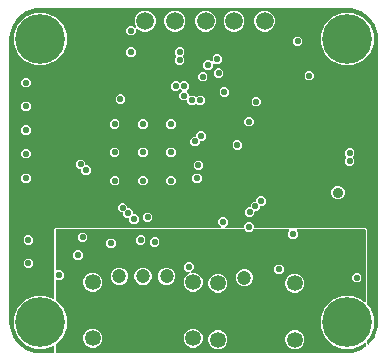
<source format=gbr>
G04 EAGLE Gerber RS-274X export*
G75*
%MOMM*%
%FSLAX34Y34*%
%LPD*%
%INCopper Layer 2*%
%IPPOS*%
%AMOC8*
5,1,8,0,0,1.08239X$1,22.5*%
G01*
%ADD10C,1.200000*%
%ADD11C,1.350000*%
%ADD12C,4.216000*%
%ADD13C,0.553200*%
%ADD14C,0.900000*%
%ADD15C,1.500000*%

G36*
X41226Y3814D02*
X41226Y3814D01*
X41245Y3812D01*
X41347Y3834D01*
X41449Y3850D01*
X41466Y3860D01*
X41486Y3864D01*
X41575Y3917D01*
X41666Y3966D01*
X41680Y3980D01*
X41697Y3990D01*
X41764Y4069D01*
X41836Y4144D01*
X41844Y4162D01*
X41857Y4177D01*
X41896Y4273D01*
X41939Y4367D01*
X41941Y4387D01*
X41949Y4405D01*
X41967Y4572D01*
X41967Y9625D01*
X41960Y9671D01*
X41962Y9717D01*
X41940Y9791D01*
X41928Y9868D01*
X41906Y9909D01*
X41893Y9953D01*
X41849Y10017D01*
X41812Y10086D01*
X41779Y10117D01*
X41753Y10155D01*
X41690Y10201D01*
X41634Y10255D01*
X41592Y10274D01*
X41556Y10302D01*
X41482Y10326D01*
X41411Y10359D01*
X41365Y10364D01*
X41322Y10378D01*
X41244Y10377D01*
X41167Y10386D01*
X41122Y10376D01*
X41076Y10376D01*
X40944Y10337D01*
X40926Y10333D01*
X40922Y10331D01*
X40915Y10329D01*
X34446Y7649D01*
X25554Y7649D01*
X17339Y11052D01*
X11052Y17339D01*
X7649Y25554D01*
X7649Y34446D01*
X11052Y42661D01*
X17339Y48948D01*
X25554Y52351D01*
X34446Y52351D01*
X40915Y49671D01*
X40959Y49661D01*
X41001Y49641D01*
X41078Y49633D01*
X41154Y49615D01*
X41200Y49619D01*
X41245Y49614D01*
X41322Y49631D01*
X41399Y49638D01*
X41441Y49657D01*
X41486Y49667D01*
X41553Y49707D01*
X41624Y49738D01*
X41658Y49769D01*
X41697Y49793D01*
X41748Y49852D01*
X41805Y49905D01*
X41827Y49945D01*
X41857Y49980D01*
X41886Y50052D01*
X41923Y50120D01*
X41932Y50165D01*
X41949Y50208D01*
X41964Y50344D01*
X41967Y50362D01*
X41966Y50367D01*
X41967Y50375D01*
X41967Y108842D01*
X43158Y110033D01*
X182421Y110033D01*
X182491Y110044D01*
X182563Y110046D01*
X182612Y110064D01*
X182663Y110072D01*
X182727Y110106D01*
X182794Y110131D01*
X182835Y110163D01*
X182881Y110188D01*
X182930Y110240D01*
X182986Y110284D01*
X183014Y110328D01*
X183050Y110366D01*
X183080Y110431D01*
X183119Y110491D01*
X183132Y110542D01*
X183154Y110589D01*
X183162Y110660D01*
X183179Y110730D01*
X183175Y110782D01*
X183181Y110833D01*
X183166Y110904D01*
X183160Y110975D01*
X183140Y111023D01*
X183129Y111074D01*
X183092Y111135D01*
X183064Y111201D01*
X183019Y111257D01*
X183002Y111285D01*
X182985Y111300D01*
X182959Y111332D01*
X180963Y113328D01*
X180963Y116672D01*
X183328Y119037D01*
X186672Y119037D01*
X189037Y116672D01*
X189037Y113328D01*
X187041Y111332D01*
X186999Y111274D01*
X186950Y111222D01*
X186928Y111175D01*
X186898Y111133D01*
X186876Y111064D01*
X186846Y110999D01*
X186840Y110947D01*
X186825Y110897D01*
X186827Y110826D01*
X186819Y110755D01*
X186830Y110704D01*
X186832Y110652D01*
X186856Y110584D01*
X186871Y110514D01*
X186898Y110469D01*
X186916Y110421D01*
X186961Y110365D01*
X186998Y110303D01*
X187037Y110269D01*
X187070Y110229D01*
X187130Y110190D01*
X187184Y110143D01*
X187233Y110124D01*
X187277Y110096D01*
X187346Y110078D01*
X187413Y110051D01*
X187484Y110043D01*
X187515Y110035D01*
X187538Y110037D01*
X187579Y110033D01*
X202202Y110033D01*
X202222Y110036D01*
X202241Y110034D01*
X202343Y110056D01*
X202445Y110072D01*
X202462Y110082D01*
X202482Y110086D01*
X202571Y110139D01*
X202662Y110188D01*
X202676Y110202D01*
X202693Y110212D01*
X202760Y110291D01*
X202832Y110366D01*
X202840Y110384D01*
X202853Y110399D01*
X202892Y110495D01*
X202935Y110589D01*
X202937Y110609D01*
X202945Y110627D01*
X202963Y110794D01*
X202963Y112672D01*
X205328Y115037D01*
X208672Y115037D01*
X211037Y112672D01*
X211037Y110794D01*
X211040Y110774D01*
X211038Y110755D01*
X211060Y110653D01*
X211076Y110551D01*
X211086Y110534D01*
X211090Y110514D01*
X211143Y110425D01*
X211192Y110334D01*
X211206Y110320D01*
X211216Y110303D01*
X211295Y110236D01*
X211370Y110164D01*
X211388Y110156D01*
X211403Y110143D01*
X211499Y110104D01*
X211593Y110061D01*
X211613Y110059D01*
X211631Y110051D01*
X211798Y110033D01*
X305842Y110033D01*
X307033Y108842D01*
X307033Y44891D01*
X307034Y44882D01*
X307034Y44879D01*
X307038Y44860D01*
X307047Y44801D01*
X307055Y44710D01*
X307067Y44681D01*
X307072Y44649D01*
X307115Y44568D01*
X307151Y44484D01*
X307177Y44452D01*
X307188Y44431D01*
X307211Y44409D01*
X307256Y44353D01*
X308948Y42661D01*
X312351Y34446D01*
X312351Y25554D01*
X308948Y17339D01*
X307256Y15647D01*
X307203Y15573D01*
X307143Y15504D01*
X307131Y15473D01*
X307112Y15447D01*
X307085Y15360D01*
X307051Y15275D01*
X307047Y15234D01*
X307040Y15212D01*
X307041Y15180D01*
X307033Y15109D01*
X307033Y11884D01*
X307035Y11872D01*
X307033Y11861D01*
X307055Y11751D01*
X307072Y11642D01*
X307078Y11631D01*
X307080Y11619D01*
X307136Y11522D01*
X307188Y11424D01*
X307196Y11416D01*
X307202Y11405D01*
X307285Y11331D01*
X307366Y11255D01*
X307377Y11250D01*
X307386Y11242D01*
X307488Y11198D01*
X307589Y11151D01*
X307601Y11150D01*
X307612Y11145D01*
X307723Y11136D01*
X307833Y11124D01*
X307845Y11127D01*
X307857Y11126D01*
X307965Y11153D01*
X308074Y11176D01*
X308084Y11182D01*
X308096Y11185D01*
X308241Y11268D01*
X308428Y11404D01*
X308453Y11429D01*
X308483Y11448D01*
X308596Y11572D01*
X313272Y18008D01*
X313288Y18040D01*
X313311Y18068D01*
X313381Y18221D01*
X315839Y25787D01*
X315840Y25793D01*
X315842Y25798D01*
X315845Y25810D01*
X315848Y25817D01*
X315851Y25842D01*
X315874Y25962D01*
X316187Y29940D01*
X316185Y29962D01*
X316189Y30000D01*
X316189Y270000D01*
X316186Y270022D01*
X316187Y270060D01*
X315874Y274038D01*
X315872Y274043D01*
X315873Y274049D01*
X315839Y274213D01*
X313381Y281779D01*
X313364Y281811D01*
X313355Y281846D01*
X313272Y281992D01*
X308596Y288428D01*
X308571Y288453D01*
X308552Y288483D01*
X308428Y288596D01*
X301992Y293272D01*
X301960Y293288D01*
X301932Y293311D01*
X301779Y293381D01*
X294213Y295839D01*
X294207Y295840D01*
X294202Y295842D01*
X294038Y295874D01*
X290060Y296187D01*
X290038Y296185D01*
X290000Y296189D01*
X30000Y296189D01*
X29978Y296186D01*
X29940Y296187D01*
X25962Y295874D01*
X25957Y295872D01*
X25951Y295873D01*
X25787Y295839D01*
X18221Y293381D01*
X18189Y293364D01*
X18154Y293355D01*
X18008Y293272D01*
X11572Y288596D01*
X11547Y288571D01*
X11517Y288552D01*
X11404Y288428D01*
X6728Y281992D01*
X6712Y281960D01*
X6689Y281932D01*
X6619Y281779D01*
X4161Y274213D01*
X4160Y274207D01*
X4158Y274202D01*
X4126Y274038D01*
X3813Y270060D01*
X3815Y270038D01*
X3811Y270000D01*
X3811Y30000D01*
X3814Y29978D01*
X3813Y29940D01*
X4126Y25962D01*
X4128Y25957D01*
X4127Y25951D01*
X4161Y25787D01*
X6619Y18221D01*
X6636Y18189D01*
X6645Y18154D01*
X6728Y18008D01*
X11404Y11572D01*
X11429Y11547D01*
X11448Y11517D01*
X11572Y11404D01*
X18008Y6728D01*
X18040Y6712D01*
X18068Y6689D01*
X18221Y6619D01*
X25787Y4161D01*
X25793Y4160D01*
X25798Y4158D01*
X25962Y4126D01*
X29940Y3813D01*
X29962Y3815D01*
X30000Y3811D01*
X41206Y3811D01*
X41226Y3814D01*
G37*
G36*
X290022Y3814D02*
X290022Y3814D01*
X290060Y3813D01*
X294038Y4126D01*
X294043Y4128D01*
X294049Y4127D01*
X294213Y4161D01*
X301779Y6619D01*
X301811Y6636D01*
X301846Y6645D01*
X301992Y6728D01*
X305447Y9238D01*
X305467Y9258D01*
X305491Y9273D01*
X305553Y9345D01*
X305620Y9413D01*
X305633Y9438D01*
X305651Y9459D01*
X305687Y9548D01*
X305729Y9634D01*
X305732Y9662D01*
X305743Y9688D01*
X305761Y9854D01*
X305761Y12315D01*
X305750Y12385D01*
X305748Y12457D01*
X305730Y12506D01*
X305722Y12557D01*
X305688Y12621D01*
X305663Y12688D01*
X305631Y12729D01*
X305606Y12775D01*
X305555Y12824D01*
X305510Y12880D01*
X305466Y12908D01*
X305428Y12944D01*
X305363Y12974D01*
X305303Y13013D01*
X305252Y13026D01*
X305205Y13048D01*
X305134Y13056D01*
X305064Y13073D01*
X305012Y13069D01*
X304961Y13075D01*
X304890Y13060D01*
X304819Y13054D01*
X304771Y13034D01*
X304720Y13023D01*
X304659Y12986D01*
X304593Y12958D01*
X304537Y12913D01*
X304509Y12897D01*
X304494Y12879D01*
X304462Y12853D01*
X302661Y11052D01*
X294446Y7649D01*
X285554Y7649D01*
X277339Y11052D01*
X271052Y17339D01*
X267649Y25554D01*
X267649Y34446D01*
X271052Y42661D01*
X277339Y48948D01*
X285554Y52351D01*
X294446Y52351D01*
X302661Y48948D01*
X304462Y47147D01*
X304520Y47105D01*
X304572Y47056D01*
X304619Y47034D01*
X304661Y47003D01*
X304730Y46982D01*
X304795Y46952D01*
X304847Y46946D01*
X304897Y46931D01*
X304968Y46933D01*
X305039Y46925D01*
X305090Y46936D01*
X305142Y46937D01*
X305210Y46962D01*
X305280Y46977D01*
X305324Y47004D01*
X305373Y47022D01*
X305429Y47067D01*
X305491Y47103D01*
X305525Y47143D01*
X305565Y47176D01*
X305604Y47236D01*
X305651Y47290D01*
X305670Y47339D01*
X305698Y47383D01*
X305716Y47452D01*
X305743Y47519D01*
X305751Y47590D01*
X305759Y47621D01*
X305757Y47644D01*
X305761Y47685D01*
X305761Y108000D01*
X305758Y108020D01*
X305760Y108039D01*
X305738Y108141D01*
X305722Y108243D01*
X305712Y108260D01*
X305708Y108280D01*
X305655Y108369D01*
X305606Y108460D01*
X305592Y108474D01*
X305582Y108491D01*
X305503Y108558D01*
X305428Y108630D01*
X305410Y108638D01*
X305395Y108651D01*
X305299Y108690D01*
X305205Y108733D01*
X305185Y108735D01*
X305167Y108743D01*
X305000Y108761D01*
X247785Y108761D01*
X247715Y108750D01*
X247643Y108748D01*
X247594Y108730D01*
X247543Y108722D01*
X247479Y108688D01*
X247412Y108663D01*
X247371Y108631D01*
X247325Y108606D01*
X247276Y108555D01*
X247220Y108510D01*
X247192Y108466D01*
X247156Y108428D01*
X247126Y108363D01*
X247087Y108303D01*
X247074Y108252D01*
X247052Y108205D01*
X247044Y108134D01*
X247027Y108064D01*
X247031Y108012D01*
X247025Y107961D01*
X247040Y107890D01*
X247046Y107819D01*
X247066Y107771D01*
X247077Y107720D01*
X247114Y107659D01*
X247142Y107593D01*
X247187Y107537D01*
X247204Y107509D01*
X247221Y107494D01*
X247247Y107462D01*
X248037Y106672D01*
X248037Y103328D01*
X245672Y100963D01*
X242328Y100963D01*
X239963Y103328D01*
X239963Y106672D01*
X240753Y107462D01*
X240795Y107520D01*
X240844Y107572D01*
X240866Y107619D01*
X240896Y107661D01*
X240918Y107730D01*
X240948Y107795D01*
X240954Y107847D01*
X240969Y107897D01*
X240967Y107968D01*
X240975Y108039D01*
X240964Y108090D01*
X240962Y108142D01*
X240938Y108210D01*
X240923Y108280D01*
X240896Y108324D01*
X240878Y108373D01*
X240833Y108429D01*
X240796Y108491D01*
X240757Y108525D01*
X240724Y108565D01*
X240664Y108604D01*
X240610Y108651D01*
X240561Y108670D01*
X240517Y108698D01*
X240448Y108716D01*
X240381Y108743D01*
X240310Y108751D01*
X240279Y108759D01*
X240256Y108757D01*
X240215Y108761D01*
X210785Y108761D01*
X210695Y108747D01*
X210604Y108739D01*
X210575Y108727D01*
X210543Y108722D01*
X210462Y108679D01*
X210378Y108643D01*
X210346Y108617D01*
X210325Y108606D01*
X210303Y108583D01*
X210247Y108538D01*
X208672Y106963D01*
X205328Y106963D01*
X203753Y108538D01*
X203679Y108591D01*
X203610Y108651D01*
X203579Y108663D01*
X203553Y108682D01*
X203466Y108709D01*
X203381Y108743D01*
X203340Y108747D01*
X203318Y108754D01*
X203286Y108753D01*
X203215Y108761D01*
X44000Y108761D01*
X43980Y108758D01*
X43961Y108760D01*
X43859Y108738D01*
X43757Y108722D01*
X43740Y108712D01*
X43720Y108708D01*
X43631Y108655D01*
X43540Y108606D01*
X43526Y108592D01*
X43509Y108582D01*
X43442Y108503D01*
X43371Y108428D01*
X43362Y108410D01*
X43349Y108395D01*
X43310Y108299D01*
X43267Y108205D01*
X43265Y108185D01*
X43257Y108167D01*
X43239Y108000D01*
X43239Y74785D01*
X43250Y74714D01*
X43252Y74642D01*
X43270Y74594D01*
X43279Y74543D01*
X43312Y74479D01*
X43337Y74411D01*
X43369Y74371D01*
X43394Y74325D01*
X43446Y74276D01*
X43491Y74219D01*
X43535Y74191D01*
X43572Y74156D01*
X43637Y74125D01*
X43698Y74087D01*
X43748Y74074D01*
X43795Y74052D01*
X43867Y74044D01*
X43937Y74027D01*
X43988Y74031D01*
X44039Y74025D01*
X44093Y74037D01*
X47672Y74037D01*
X50037Y71672D01*
X50037Y68328D01*
X47672Y65963D01*
X44122Y65963D01*
X44104Y65969D01*
X44032Y65967D01*
X43961Y65975D01*
X43910Y65964D01*
X43859Y65963D01*
X43791Y65938D01*
X43720Y65923D01*
X43676Y65896D01*
X43627Y65878D01*
X43571Y65833D01*
X43509Y65796D01*
X43476Y65757D01*
X43435Y65725D01*
X43396Y65664D01*
X43349Y65610D01*
X43330Y65562D01*
X43302Y65518D01*
X43284Y65448D01*
X43257Y65381D01*
X43249Y65311D01*
X43242Y65280D01*
X43243Y65256D01*
X43239Y65215D01*
X43239Y48685D01*
X43254Y48595D01*
X43261Y48504D01*
X43273Y48474D01*
X43279Y48443D01*
X43321Y48362D01*
X43357Y48278D01*
X43383Y48246D01*
X43394Y48225D01*
X43417Y48203D01*
X43462Y48147D01*
X48948Y42661D01*
X52351Y34446D01*
X52351Y25554D01*
X48948Y17339D01*
X43462Y11853D01*
X43409Y11779D01*
X43349Y11710D01*
X43337Y11679D01*
X43318Y11653D01*
X43291Y11566D01*
X43257Y11481D01*
X43253Y11441D01*
X43246Y11418D01*
X43247Y11386D01*
X43239Y11315D01*
X43239Y4572D01*
X43242Y4552D01*
X43240Y4533D01*
X43262Y4431D01*
X43279Y4329D01*
X43288Y4312D01*
X43292Y4292D01*
X43345Y4203D01*
X43394Y4112D01*
X43408Y4098D01*
X43418Y4081D01*
X43497Y4014D01*
X43572Y3942D01*
X43590Y3934D01*
X43605Y3921D01*
X43701Y3882D01*
X43795Y3839D01*
X43815Y3837D01*
X43833Y3829D01*
X44000Y3811D01*
X290000Y3811D01*
X290022Y3814D01*
G37*
%LPC*%
G36*
X25554Y247649D02*
X25554Y247649D01*
X17339Y251052D01*
X11052Y257339D01*
X7649Y265554D01*
X7649Y274446D01*
X11052Y282661D01*
X17339Y288948D01*
X25554Y292351D01*
X34446Y292351D01*
X42661Y288948D01*
X48948Y282661D01*
X52351Y274446D01*
X52351Y265554D01*
X48948Y257339D01*
X42661Y251052D01*
X34446Y247649D01*
X25554Y247649D01*
G37*
%LPD*%
%LPC*%
G36*
X285554Y247649D02*
X285554Y247649D01*
X277339Y251052D01*
X271052Y257339D01*
X267649Y265554D01*
X267649Y274446D01*
X271052Y282661D01*
X277339Y288948D01*
X285554Y292351D01*
X294446Y292351D01*
X302661Y288948D01*
X308948Y282661D01*
X312351Y274446D01*
X312351Y265554D01*
X308948Y257339D01*
X302661Y251052D01*
X294446Y247649D01*
X285554Y247649D01*
G37*
%LPD*%
%LPC*%
G36*
X105328Y272963D02*
X105328Y272963D01*
X102963Y275328D01*
X102963Y278672D01*
X105328Y281037D01*
X108672Y281037D01*
X110193Y279516D01*
X110272Y279459D01*
X110347Y279397D01*
X110372Y279387D01*
X110393Y279372D01*
X110486Y279344D01*
X110577Y279309D01*
X110603Y279308D01*
X110628Y279300D01*
X110725Y279302D01*
X110823Y279298D01*
X110848Y279305D01*
X110874Y279306D01*
X110965Y279340D01*
X111059Y279367D01*
X111080Y279382D01*
X111105Y279391D01*
X111181Y279452D01*
X111261Y279507D01*
X111276Y279528D01*
X111297Y279544D01*
X111350Y279626D01*
X111408Y279704D01*
X111416Y279729D01*
X111430Y279751D01*
X111454Y279846D01*
X111484Y279938D01*
X111484Y279964D01*
X111490Y279990D01*
X111482Y280087D01*
X111481Y280184D01*
X111472Y280216D01*
X111471Y280235D01*
X111458Y280265D01*
X111435Y280345D01*
X110229Y283255D01*
X110229Y286745D01*
X111565Y289968D01*
X114032Y292435D01*
X117255Y293771D01*
X120745Y293771D01*
X123968Y292435D01*
X126435Y289968D01*
X127771Y286745D01*
X127771Y283255D01*
X126435Y280032D01*
X123968Y277565D01*
X120745Y276229D01*
X117255Y276229D01*
X114032Y277565D01*
X112336Y279260D01*
X112278Y279302D01*
X112226Y279351D01*
X112179Y279373D01*
X112137Y279404D01*
X112068Y279425D01*
X112003Y279455D01*
X111951Y279461D01*
X111901Y279476D01*
X111830Y279474D01*
X111759Y279482D01*
X111708Y279471D01*
X111656Y279470D01*
X111588Y279445D01*
X111518Y279430D01*
X111473Y279403D01*
X111425Y279385D01*
X111369Y279340D01*
X111307Y279304D01*
X111273Y279264D01*
X111233Y279231D01*
X111194Y279171D01*
X111147Y279117D01*
X111128Y279068D01*
X111100Y279025D01*
X111082Y278955D01*
X111055Y278888D01*
X111047Y278817D01*
X111039Y278786D01*
X111041Y278763D01*
X111037Y278722D01*
X111037Y275328D01*
X108672Y272963D01*
X105328Y272963D01*
G37*
%LPD*%
%LPC*%
G36*
X156984Y213963D02*
X156984Y213963D01*
X154619Y216328D01*
X154619Y217202D01*
X154616Y217222D01*
X154618Y217241D01*
X154596Y217343D01*
X154580Y217445D01*
X154570Y217462D01*
X154566Y217482D01*
X154513Y217571D01*
X154464Y217662D01*
X154450Y217676D01*
X154440Y217693D01*
X154361Y217760D01*
X154286Y217832D01*
X154268Y217840D01*
X154253Y217853D01*
X154157Y217892D01*
X154063Y217935D01*
X154043Y217937D01*
X154025Y217945D01*
X153858Y217963D01*
X150328Y217963D01*
X147963Y220328D01*
X147963Y223672D01*
X149753Y225462D01*
X149765Y225478D01*
X149780Y225490D01*
X149836Y225578D01*
X149896Y225661D01*
X149902Y225680D01*
X149913Y225697D01*
X149938Y225798D01*
X149969Y225897D01*
X149968Y225916D01*
X149973Y225936D01*
X149965Y226039D01*
X149962Y226142D01*
X149956Y226161D01*
X149954Y226181D01*
X149914Y226276D01*
X149878Y226373D01*
X149865Y226389D01*
X149858Y226407D01*
X149753Y226538D01*
X149038Y227253D01*
X149022Y227265D01*
X149010Y227280D01*
X148922Y227336D01*
X148839Y227396D01*
X148820Y227402D01*
X148803Y227413D01*
X148702Y227438D01*
X148603Y227469D01*
X148584Y227468D01*
X148564Y227473D01*
X148461Y227465D01*
X148358Y227462D01*
X148339Y227456D01*
X148319Y227454D01*
X148224Y227414D01*
X148127Y227378D01*
X148111Y227366D01*
X148093Y227358D01*
X147962Y227253D01*
X146672Y225963D01*
X143328Y225963D01*
X140963Y228328D01*
X140963Y231672D01*
X143328Y234037D01*
X146672Y234037D01*
X147962Y232747D01*
X147978Y232735D01*
X147990Y232720D01*
X148078Y232664D01*
X148161Y232604D01*
X148180Y232598D01*
X148197Y232587D01*
X148298Y232562D01*
X148397Y232531D01*
X148416Y232532D01*
X148436Y232527D01*
X148539Y232535D01*
X148642Y232538D01*
X148661Y232544D01*
X148681Y232546D01*
X148776Y232586D01*
X148873Y232622D01*
X148889Y232635D01*
X148907Y232642D01*
X149038Y232747D01*
X150328Y234037D01*
X153672Y234037D01*
X156037Y231672D01*
X156037Y228328D01*
X154247Y226538D01*
X154235Y226522D01*
X154220Y226510D01*
X154164Y226422D01*
X154104Y226339D01*
X154098Y226320D01*
X154087Y226303D01*
X154062Y226202D01*
X154031Y226103D01*
X154032Y226084D01*
X154027Y226064D01*
X154035Y225961D01*
X154038Y225858D01*
X154044Y225839D01*
X154046Y225819D01*
X154086Y225724D01*
X154122Y225627D01*
X154134Y225611D01*
X154142Y225593D01*
X154247Y225462D01*
X156037Y223672D01*
X156037Y222798D01*
X156040Y222778D01*
X156038Y222759D01*
X156060Y222657D01*
X156076Y222555D01*
X156086Y222538D01*
X156090Y222518D01*
X156143Y222429D01*
X156192Y222338D01*
X156206Y222324D01*
X156216Y222307D01*
X156295Y222240D01*
X156370Y222168D01*
X156388Y222160D01*
X156403Y222147D01*
X156499Y222108D01*
X156593Y222065D01*
X156613Y222063D01*
X156631Y222055D01*
X156798Y222037D01*
X160328Y222037D01*
X161519Y220846D01*
X161535Y220834D01*
X161547Y220819D01*
X161635Y220763D01*
X161718Y220703D01*
X161737Y220697D01*
X161754Y220686D01*
X161855Y220661D01*
X161954Y220630D01*
X161973Y220631D01*
X161993Y220626D01*
X162096Y220634D01*
X162199Y220637D01*
X162218Y220643D01*
X162238Y220645D01*
X162333Y220685D01*
X162430Y220721D01*
X162446Y220733D01*
X162464Y220741D01*
X162595Y220846D01*
X163786Y222037D01*
X167130Y222037D01*
X169495Y219672D01*
X169495Y216328D01*
X167130Y213963D01*
X163786Y213963D01*
X162595Y215154D01*
X162579Y215166D01*
X162567Y215181D01*
X162479Y215237D01*
X162396Y215297D01*
X162377Y215303D01*
X162360Y215314D01*
X162259Y215339D01*
X162160Y215370D01*
X162141Y215369D01*
X162121Y215374D01*
X162018Y215366D01*
X161915Y215363D01*
X161896Y215357D01*
X161876Y215355D01*
X161781Y215315D01*
X161684Y215279D01*
X161668Y215266D01*
X161650Y215259D01*
X161519Y215154D01*
X160328Y213963D01*
X156984Y213963D01*
G37*
%LPD*%
%LPC*%
G36*
X157905Y55979D02*
X157905Y55979D01*
X154957Y57200D01*
X152700Y59457D01*
X151479Y62405D01*
X151479Y65595D01*
X152700Y68543D01*
X154957Y70800D01*
X156644Y71499D01*
X156727Y71550D01*
X156813Y71596D01*
X156831Y71614D01*
X156853Y71628D01*
X156916Y71704D01*
X156983Y71774D01*
X156994Y71798D01*
X157010Y71818D01*
X157045Y71909D01*
X157086Y71997D01*
X157089Y72023D01*
X157098Y72047D01*
X157103Y72145D01*
X157113Y72241D01*
X157108Y72267D01*
X157109Y72293D01*
X157082Y72387D01*
X157061Y72482D01*
X157048Y72504D01*
X157040Y72529D01*
X156985Y72609D01*
X156935Y72693D01*
X156915Y72710D01*
X156900Y72731D01*
X156822Y72790D01*
X156748Y72853D01*
X156724Y72863D01*
X156703Y72878D01*
X156610Y72908D01*
X156520Y72945D01*
X156487Y72948D01*
X156469Y72954D01*
X156436Y72954D01*
X156353Y72963D01*
X154328Y72963D01*
X151963Y75328D01*
X151963Y78672D01*
X154328Y81037D01*
X157672Y81037D01*
X160037Y78672D01*
X160037Y75328D01*
X158029Y73320D01*
X157987Y73262D01*
X157938Y73210D01*
X157916Y73163D01*
X157886Y73121D01*
X157864Y73052D01*
X157834Y72987D01*
X157828Y72935D01*
X157813Y72885D01*
X157815Y72814D01*
X157807Y72743D01*
X157818Y72692D01*
X157820Y72640D01*
X157844Y72572D01*
X157859Y72502D01*
X157886Y72457D01*
X157904Y72409D01*
X157949Y72353D01*
X157986Y72291D01*
X158025Y72257D01*
X158058Y72217D01*
X158118Y72178D01*
X158172Y72131D01*
X158221Y72112D01*
X158265Y72084D01*
X158334Y72066D01*
X158401Y72039D01*
X158472Y72031D01*
X158503Y72023D01*
X158526Y72025D01*
X158567Y72021D01*
X161095Y72021D01*
X164043Y70800D01*
X166300Y68543D01*
X167521Y65595D01*
X167521Y62405D01*
X166300Y59457D01*
X164043Y57200D01*
X161095Y55979D01*
X157905Y55979D01*
G37*
%LPD*%
%LPC*%
G36*
X192255Y276229D02*
X192255Y276229D01*
X189032Y277565D01*
X186565Y280032D01*
X185229Y283255D01*
X185229Y286745D01*
X186565Y289968D01*
X189032Y292435D01*
X192255Y293771D01*
X195745Y293771D01*
X198968Y292435D01*
X201435Y289968D01*
X202771Y286745D01*
X202771Y283255D01*
X201435Y280032D01*
X198968Y277565D01*
X195745Y276229D01*
X192255Y276229D01*
G37*
%LPD*%
%LPC*%
G36*
X142255Y276229D02*
X142255Y276229D01*
X139032Y277565D01*
X136565Y280032D01*
X135229Y283255D01*
X135229Y286745D01*
X136565Y289968D01*
X139032Y292435D01*
X142255Y293771D01*
X145745Y293771D01*
X148968Y292435D01*
X151435Y289968D01*
X152771Y286745D01*
X152771Y283255D01*
X151435Y280032D01*
X148968Y277565D01*
X145745Y276229D01*
X142255Y276229D01*
G37*
%LPD*%
%LPC*%
G36*
X168255Y276229D02*
X168255Y276229D01*
X165032Y277565D01*
X162565Y280032D01*
X161229Y283255D01*
X161229Y286745D01*
X162565Y289968D01*
X165032Y292435D01*
X168255Y293771D01*
X171745Y293771D01*
X174968Y292435D01*
X177435Y289968D01*
X178771Y286745D01*
X178771Y283255D01*
X177435Y280032D01*
X174968Y277565D01*
X171745Y276229D01*
X168255Y276229D01*
G37*
%LPD*%
%LPC*%
G36*
X218255Y276229D02*
X218255Y276229D01*
X215032Y277565D01*
X212565Y280032D01*
X211229Y283255D01*
X211229Y286745D01*
X212565Y289968D01*
X215032Y292435D01*
X218255Y293771D01*
X221745Y293771D01*
X224968Y292435D01*
X227435Y289968D01*
X228771Y286745D01*
X228771Y283255D01*
X227435Y280032D01*
X224968Y277565D01*
X221745Y276229D01*
X218255Y276229D01*
G37*
%LPD*%
%LPC*%
G36*
X243905Y7479D02*
X243905Y7479D01*
X240957Y8700D01*
X238700Y10957D01*
X237479Y13905D01*
X237479Y17095D01*
X238700Y20043D01*
X240957Y22300D01*
X243905Y23521D01*
X247095Y23521D01*
X250043Y22300D01*
X252300Y20043D01*
X253521Y17095D01*
X253521Y13905D01*
X252300Y10957D01*
X250043Y8700D01*
X247095Y7479D01*
X243905Y7479D01*
G37*
%LPD*%
%LPC*%
G36*
X72905Y8479D02*
X72905Y8479D01*
X69957Y9700D01*
X67700Y11957D01*
X66479Y14905D01*
X66479Y18095D01*
X67700Y21043D01*
X69957Y23300D01*
X72905Y24521D01*
X76095Y24521D01*
X79043Y23300D01*
X81300Y21043D01*
X82521Y18095D01*
X82521Y14905D01*
X81300Y11957D01*
X79043Y9700D01*
X76095Y8479D01*
X72905Y8479D01*
G37*
%LPD*%
%LPC*%
G36*
X157905Y8479D02*
X157905Y8479D01*
X154957Y9700D01*
X152700Y11957D01*
X151479Y14905D01*
X151479Y18095D01*
X152700Y21043D01*
X154957Y23300D01*
X157905Y24521D01*
X161095Y24521D01*
X164043Y23300D01*
X166300Y21043D01*
X167521Y18095D01*
X167521Y14905D01*
X166300Y11957D01*
X164043Y9700D01*
X161095Y8479D01*
X157905Y8479D01*
G37*
%LPD*%
%LPC*%
G36*
X178905Y54979D02*
X178905Y54979D01*
X175957Y56200D01*
X173700Y58457D01*
X172479Y61405D01*
X172479Y64595D01*
X173700Y67543D01*
X175957Y69800D01*
X178905Y71021D01*
X182095Y71021D01*
X185043Y69800D01*
X187300Y67543D01*
X188521Y64595D01*
X188521Y61405D01*
X187300Y58457D01*
X185043Y56200D01*
X182095Y54979D01*
X178905Y54979D01*
G37*
%LPD*%
%LPC*%
G36*
X243905Y54979D02*
X243905Y54979D01*
X240957Y56200D01*
X238700Y58457D01*
X237479Y61405D01*
X237479Y64595D01*
X238700Y67543D01*
X240957Y69800D01*
X243905Y71021D01*
X247095Y71021D01*
X250043Y69800D01*
X252300Y67543D01*
X253521Y64595D01*
X253521Y61405D01*
X252300Y58457D01*
X250043Y56200D01*
X247095Y54979D01*
X243905Y54979D01*
G37*
%LPD*%
%LPC*%
G36*
X72905Y55979D02*
X72905Y55979D01*
X69957Y57200D01*
X67700Y59457D01*
X66479Y62405D01*
X66479Y65595D01*
X67700Y68543D01*
X69957Y70800D01*
X72905Y72021D01*
X76095Y72021D01*
X79043Y70800D01*
X81300Y68543D01*
X82521Y65595D01*
X82521Y62405D01*
X81300Y59457D01*
X79043Y57200D01*
X76095Y55979D01*
X72905Y55979D01*
G37*
%LPD*%
%LPC*%
G36*
X178905Y7479D02*
X178905Y7479D01*
X175957Y8700D01*
X173700Y10957D01*
X172479Y13905D01*
X172479Y17095D01*
X173700Y20043D01*
X175957Y22300D01*
X178905Y23521D01*
X182095Y23521D01*
X185043Y22300D01*
X187300Y20043D01*
X188521Y17095D01*
X188521Y13905D01*
X187300Y10957D01*
X185043Y8700D01*
X182095Y7479D01*
X178905Y7479D01*
G37*
%LPD*%
%LPC*%
G36*
X201554Y60729D02*
X201554Y60729D01*
X198881Y61836D01*
X196836Y63881D01*
X195729Y66554D01*
X195729Y69446D01*
X196836Y72119D01*
X198881Y74164D01*
X201554Y75271D01*
X204446Y75271D01*
X207119Y74164D01*
X209164Y72119D01*
X210271Y69446D01*
X210271Y66554D01*
X209164Y63881D01*
X207119Y61836D01*
X204446Y60729D01*
X201554Y60729D01*
G37*
%LPD*%
%LPC*%
G36*
X95554Y61729D02*
X95554Y61729D01*
X92881Y62836D01*
X90836Y64881D01*
X89729Y67554D01*
X89729Y70446D01*
X90836Y73119D01*
X92881Y75164D01*
X95554Y76271D01*
X98446Y76271D01*
X101119Y75164D01*
X103164Y73119D01*
X104271Y70446D01*
X104271Y67554D01*
X103164Y64881D01*
X101119Y62836D01*
X98446Y61729D01*
X95554Y61729D01*
G37*
%LPD*%
%LPC*%
G36*
X115554Y61729D02*
X115554Y61729D01*
X112881Y62836D01*
X110836Y64881D01*
X109729Y67554D01*
X109729Y70446D01*
X110836Y73119D01*
X112881Y75164D01*
X115554Y76271D01*
X118446Y76271D01*
X121119Y75164D01*
X123164Y73119D01*
X124271Y70446D01*
X124271Y67554D01*
X123164Y64881D01*
X121119Y62836D01*
X118446Y61729D01*
X115554Y61729D01*
G37*
%LPD*%
%LPC*%
G36*
X135554Y61729D02*
X135554Y61729D01*
X132881Y62836D01*
X130836Y64881D01*
X129729Y67554D01*
X129729Y70446D01*
X130836Y73119D01*
X132881Y75164D01*
X135554Y76271D01*
X138446Y76271D01*
X141119Y75164D01*
X143164Y73119D01*
X144271Y70446D01*
X144271Y67554D01*
X143164Y64881D01*
X141119Y62836D01*
X138446Y61729D01*
X135554Y61729D01*
G37*
%LPD*%
%LPC*%
G36*
X107662Y113629D02*
X107662Y113629D01*
X105297Y115994D01*
X105297Y117678D01*
X105294Y117697D01*
X105296Y117717D01*
X105274Y117818D01*
X105257Y117920D01*
X105248Y117938D01*
X105244Y117958D01*
X105191Y118047D01*
X105142Y118138D01*
X105128Y118152D01*
X105118Y118169D01*
X105039Y118236D01*
X104964Y118307D01*
X104946Y118316D01*
X104931Y118329D01*
X104835Y118367D01*
X104741Y118411D01*
X104721Y118413D01*
X104703Y118420D01*
X104536Y118439D01*
X102852Y118439D01*
X100487Y120804D01*
X100487Y122487D01*
X100484Y122507D01*
X100486Y122527D01*
X100464Y122628D01*
X100448Y122730D01*
X100438Y122748D01*
X100434Y122767D01*
X100381Y122856D01*
X100333Y122948D01*
X100318Y122961D01*
X100308Y122978D01*
X100229Y123046D01*
X100154Y123117D01*
X100136Y123125D01*
X100121Y123138D01*
X100025Y123177D01*
X99931Y123221D01*
X99911Y123223D01*
X99893Y123230D01*
X99726Y123249D01*
X98042Y123249D01*
X95678Y125613D01*
X95678Y128958D01*
X98042Y131322D01*
X101387Y131322D01*
X103751Y128958D01*
X103751Y127274D01*
X103754Y127254D01*
X103752Y127234D01*
X103774Y127133D01*
X103791Y127031D01*
X103800Y127013D01*
X103804Y126994D01*
X103858Y126905D01*
X103906Y126814D01*
X103920Y126800D01*
X103931Y126783D01*
X104009Y126715D01*
X104084Y126644D01*
X104102Y126636D01*
X104118Y126623D01*
X104214Y126584D01*
X104307Y126541D01*
X104327Y126538D01*
X104346Y126531D01*
X104512Y126512D01*
X106196Y126512D01*
X108561Y124148D01*
X108561Y122464D01*
X108564Y122444D01*
X108562Y122424D01*
X108584Y122323D01*
X108601Y122221D01*
X108610Y122204D01*
X108614Y122184D01*
X108667Y122095D01*
X108716Y122004D01*
X108730Y121990D01*
X108740Y121973D01*
X108819Y121906D01*
X108894Y121834D01*
X108912Y121826D01*
X108927Y121813D01*
X109024Y121774D01*
X109117Y121731D01*
X109137Y121729D01*
X109155Y121721D01*
X109322Y121703D01*
X111006Y121703D01*
X113371Y119338D01*
X113371Y115994D01*
X111006Y113629D01*
X107662Y113629D01*
G37*
%LPD*%
%LPC*%
G36*
X205708Y119344D02*
X205708Y119344D01*
X203344Y121708D01*
X203344Y125053D01*
X205708Y127417D01*
X207392Y127417D01*
X207412Y127420D01*
X207432Y127418D01*
X207533Y127440D01*
X207635Y127457D01*
X207653Y127466D01*
X207672Y127471D01*
X207761Y127524D01*
X207852Y127572D01*
X207866Y127586D01*
X207883Y127597D01*
X207951Y127675D01*
X208022Y127750D01*
X208030Y127768D01*
X208043Y127784D01*
X208082Y127880D01*
X208125Y127973D01*
X208128Y127993D01*
X208135Y128012D01*
X208154Y128178D01*
X208154Y129862D01*
X210518Y132227D01*
X212202Y132227D01*
X212222Y132230D01*
X212241Y132228D01*
X212343Y132250D01*
X212445Y132267D01*
X212462Y132276D01*
X212482Y132280D01*
X212571Y132333D01*
X212662Y132382D01*
X212676Y132396D01*
X212693Y132406D01*
X212760Y132485D01*
X212832Y132560D01*
X212840Y132578D01*
X212853Y132593D01*
X212892Y132690D01*
X212935Y132783D01*
X212937Y132803D01*
X212945Y132822D01*
X212963Y132988D01*
X212963Y134672D01*
X215328Y137037D01*
X218672Y137037D01*
X221037Y134672D01*
X221037Y131328D01*
X218672Y128963D01*
X216988Y128963D01*
X216969Y128960D01*
X216949Y128962D01*
X216848Y128940D01*
X216745Y128924D01*
X216728Y128914D01*
X216708Y128910D01*
X216619Y128857D01*
X216528Y128808D01*
X216514Y128794D01*
X216497Y128784D01*
X216430Y128705D01*
X216359Y128630D01*
X216350Y128612D01*
X216337Y128597D01*
X216299Y128501D01*
X216255Y128407D01*
X216253Y128387D01*
X216245Y128369D01*
X216227Y128202D01*
X216227Y126518D01*
X213862Y124154D01*
X212178Y124154D01*
X212159Y124150D01*
X212139Y124152D01*
X212038Y124130D01*
X211936Y124114D01*
X211918Y124104D01*
X211899Y124100D01*
X211810Y124047D01*
X211718Y123999D01*
X211705Y123984D01*
X211688Y123974D01*
X211620Y123895D01*
X211549Y123820D01*
X211541Y123802D01*
X211528Y123787D01*
X211489Y123691D01*
X211445Y123597D01*
X211443Y123578D01*
X211436Y123559D01*
X211417Y123392D01*
X211417Y121708D01*
X209053Y119344D01*
X205708Y119344D01*
G37*
%LPD*%
%LPC*%
G36*
X170328Y243963D02*
X170328Y243963D01*
X167963Y246328D01*
X167963Y249672D01*
X170328Y252037D01*
X173672Y252037D01*
X174664Y251045D01*
X174722Y251003D01*
X174774Y250954D01*
X174821Y250932D01*
X174863Y250902D01*
X174932Y250880D01*
X174997Y250850D01*
X175049Y250844D01*
X175099Y250829D01*
X175170Y250831D01*
X175241Y250823D01*
X175292Y250834D01*
X175344Y250836D01*
X175412Y250860D01*
X175482Y250875D01*
X175527Y250902D01*
X175575Y250920D01*
X175631Y250965D01*
X175693Y251002D01*
X175727Y251041D01*
X175767Y251074D01*
X175806Y251134D01*
X175853Y251188D01*
X175872Y251237D01*
X175900Y251281D01*
X175918Y251350D01*
X175945Y251417D01*
X175953Y251488D01*
X175961Y251519D01*
X175959Y251542D01*
X175963Y251583D01*
X175963Y254672D01*
X178328Y257037D01*
X181672Y257037D01*
X184037Y254672D01*
X184037Y251328D01*
X181672Y248963D01*
X178328Y248963D01*
X177336Y249955D01*
X177278Y249997D01*
X177226Y250046D01*
X177179Y250068D01*
X177137Y250098D01*
X177068Y250120D01*
X177003Y250150D01*
X176951Y250156D01*
X176901Y250171D01*
X176830Y250169D01*
X176759Y250177D01*
X176708Y250166D01*
X176656Y250164D01*
X176588Y250140D01*
X176518Y250125D01*
X176473Y250098D01*
X176425Y250080D01*
X176369Y250035D01*
X176307Y249998D01*
X176273Y249959D01*
X176233Y249926D01*
X176194Y249866D01*
X176147Y249812D01*
X176128Y249763D01*
X176100Y249719D01*
X176082Y249650D01*
X176055Y249583D01*
X176047Y249512D01*
X176039Y249481D01*
X176041Y249458D01*
X176037Y249417D01*
X176037Y246328D01*
X173672Y243963D01*
X170328Y243963D01*
G37*
%LPD*%
%LPC*%
G36*
X280852Y134229D02*
X280852Y134229D01*
X278731Y135108D01*
X277108Y136731D01*
X276229Y138852D01*
X276229Y141148D01*
X277108Y143269D01*
X278731Y144892D01*
X280852Y145771D01*
X283148Y145771D01*
X285269Y144892D01*
X286892Y143269D01*
X287771Y141148D01*
X287771Y138852D01*
X286892Y136731D01*
X285269Y135108D01*
X283148Y134229D01*
X280852Y134229D01*
G37*
%LPD*%
%LPC*%
G36*
X159518Y179154D02*
X159518Y179154D01*
X157154Y181518D01*
X157154Y184862D01*
X159518Y187227D01*
X161202Y187227D01*
X161222Y187230D01*
X161241Y187228D01*
X161343Y187250D01*
X161445Y187267D01*
X161462Y187276D01*
X161482Y187280D01*
X161571Y187333D01*
X161662Y187382D01*
X161676Y187396D01*
X161693Y187406D01*
X161760Y187485D01*
X161832Y187560D01*
X161840Y187578D01*
X161853Y187593D01*
X161892Y187690D01*
X161935Y187783D01*
X161937Y187803D01*
X161945Y187822D01*
X161963Y187988D01*
X161963Y189672D01*
X164328Y192037D01*
X167672Y192037D01*
X170037Y189672D01*
X170037Y186328D01*
X167672Y183963D01*
X165988Y183963D01*
X165969Y183960D01*
X165949Y183962D01*
X165848Y183940D01*
X165745Y183924D01*
X165728Y183914D01*
X165708Y183910D01*
X165619Y183857D01*
X165528Y183808D01*
X165514Y183794D01*
X165497Y183784D01*
X165430Y183705D01*
X165359Y183630D01*
X165350Y183612D01*
X165337Y183597D01*
X165299Y183501D01*
X165255Y183407D01*
X165253Y183387D01*
X165245Y183369D01*
X165227Y183202D01*
X165227Y181518D01*
X162862Y179154D01*
X159518Y179154D01*
G37*
%LPD*%
%LPC*%
G36*
X67328Y154963D02*
X67328Y154963D01*
X64963Y157328D01*
X64963Y159012D01*
X64960Y159031D01*
X64962Y159051D01*
X64940Y159152D01*
X64924Y159255D01*
X64914Y159272D01*
X64910Y159292D01*
X64857Y159381D01*
X64808Y159472D01*
X64794Y159486D01*
X64784Y159503D01*
X64705Y159570D01*
X64630Y159641D01*
X64612Y159650D01*
X64597Y159663D01*
X64501Y159701D01*
X64407Y159745D01*
X64387Y159747D01*
X64369Y159755D01*
X64202Y159773D01*
X62518Y159773D01*
X60154Y162138D01*
X60154Y165482D01*
X62518Y167846D01*
X65862Y167846D01*
X68227Y165482D01*
X68227Y163798D01*
X68230Y163778D01*
X68228Y163759D01*
X68250Y163657D01*
X68267Y163555D01*
X68276Y163538D01*
X68280Y163518D01*
X68333Y163429D01*
X68382Y163338D01*
X68396Y163324D01*
X68406Y163307D01*
X68485Y163240D01*
X68560Y163168D01*
X68578Y163160D01*
X68593Y163147D01*
X68690Y163108D01*
X68783Y163065D01*
X68803Y163063D01*
X68822Y163055D01*
X68988Y163037D01*
X70672Y163037D01*
X73037Y160672D01*
X73037Y157328D01*
X70672Y154963D01*
X67328Y154963D01*
G37*
%LPD*%
%LPC*%
G36*
X290328Y162562D02*
X290328Y162562D01*
X287963Y164927D01*
X287963Y168271D01*
X289154Y169462D01*
X289166Y169478D01*
X289181Y169490D01*
X289237Y169578D01*
X289297Y169661D01*
X289303Y169680D01*
X289314Y169697D01*
X289339Y169798D01*
X289370Y169897D01*
X289369Y169916D01*
X289374Y169936D01*
X289366Y170039D01*
X289363Y170142D01*
X289357Y170161D01*
X289355Y170181D01*
X289315Y170276D01*
X289279Y170373D01*
X289266Y170389D01*
X289259Y170407D01*
X289154Y170538D01*
X287963Y171729D01*
X287963Y175073D01*
X290328Y177438D01*
X293672Y177438D01*
X296037Y175073D01*
X296037Y171729D01*
X294846Y170538D01*
X294834Y170522D01*
X294819Y170510D01*
X294763Y170422D01*
X294703Y170339D01*
X294697Y170319D01*
X294686Y170303D01*
X294661Y170202D01*
X294630Y170103D01*
X294631Y170084D01*
X294626Y170064D01*
X294634Y169961D01*
X294637Y169858D01*
X294643Y169839D01*
X294645Y169819D01*
X294685Y169724D01*
X294721Y169627D01*
X294733Y169611D01*
X294741Y169593D01*
X294846Y169462D01*
X296037Y168271D01*
X296037Y164927D01*
X293672Y162562D01*
X290328Y162562D01*
G37*
%LPD*%
%LPC*%
G36*
X146328Y247963D02*
X146328Y247963D01*
X143963Y250328D01*
X143963Y253672D01*
X145154Y254863D01*
X145166Y254879D01*
X145181Y254891D01*
X145237Y254979D01*
X145297Y255062D01*
X145303Y255081D01*
X145314Y255098D01*
X145339Y255199D01*
X145370Y255298D01*
X145369Y255317D01*
X145374Y255337D01*
X145366Y255440D01*
X145363Y255543D01*
X145357Y255562D01*
X145355Y255582D01*
X145315Y255677D01*
X145279Y255774D01*
X145267Y255790D01*
X145259Y255808D01*
X145154Y255939D01*
X143963Y257130D01*
X143963Y260474D01*
X146328Y262839D01*
X149672Y262839D01*
X152037Y260474D01*
X152037Y257130D01*
X150846Y255939D01*
X150834Y255923D01*
X150819Y255911D01*
X150763Y255823D01*
X150703Y255740D01*
X150697Y255721D01*
X150686Y255704D01*
X150661Y255603D01*
X150630Y255504D01*
X150631Y255485D01*
X150626Y255465D01*
X150634Y255362D01*
X150637Y255259D01*
X150643Y255240D01*
X150645Y255220D01*
X150685Y255125D01*
X150721Y255028D01*
X150734Y255012D01*
X150741Y254994D01*
X150846Y254863D01*
X152037Y253672D01*
X152037Y250328D01*
X149672Y247963D01*
X146328Y247963D01*
G37*
%LPD*%
%LPC*%
G36*
X125328Y93963D02*
X125328Y93963D01*
X122963Y96328D01*
X122963Y99672D01*
X125328Y102037D01*
X128672Y102037D01*
X131037Y99672D01*
X131037Y96328D01*
X128672Y93963D01*
X125328Y93963D01*
G37*
%LPD*%
%LPC*%
G36*
X60328Y82963D02*
X60328Y82963D01*
X57963Y85328D01*
X57963Y88672D01*
X60328Y91037D01*
X63672Y91037D01*
X66037Y88672D01*
X66037Y85328D01*
X63672Y82963D01*
X60328Y82963D01*
G37*
%LPD*%
%LPC*%
G36*
X88328Y92963D02*
X88328Y92963D01*
X85963Y95328D01*
X85963Y98672D01*
X88328Y101037D01*
X91672Y101037D01*
X94037Y98672D01*
X94037Y95328D01*
X91672Y92963D01*
X88328Y92963D01*
G37*
%LPD*%
%LPC*%
G36*
X113328Y95963D02*
X113328Y95963D01*
X110963Y98328D01*
X110963Y101672D01*
X113328Y104037D01*
X116672Y104037D01*
X119037Y101672D01*
X119037Y98328D01*
X116672Y95963D01*
X113328Y95963D01*
G37*
%LPD*%
%LPC*%
G36*
X18328Y95963D02*
X18328Y95963D01*
X15963Y98328D01*
X15963Y101672D01*
X18328Y104037D01*
X21672Y104037D01*
X24037Y101672D01*
X24037Y98328D01*
X21672Y95963D01*
X18328Y95963D01*
G37*
%LPD*%
%LPC*%
G36*
X246328Y263963D02*
X246328Y263963D01*
X243963Y266328D01*
X243963Y269672D01*
X246328Y272037D01*
X249672Y272037D01*
X252037Y269672D01*
X252037Y266328D01*
X249672Y263963D01*
X246328Y263963D01*
G37*
%LPD*%
%LPC*%
G36*
X18328Y75963D02*
X18328Y75963D01*
X15963Y78328D01*
X15963Y81672D01*
X18328Y84037D01*
X21672Y84037D01*
X24037Y81672D01*
X24037Y78328D01*
X21672Y75963D01*
X18328Y75963D01*
G37*
%LPD*%
%LPC*%
G36*
X16328Y228963D02*
X16328Y228963D01*
X13963Y231328D01*
X13963Y234672D01*
X16328Y237037D01*
X19672Y237037D01*
X22037Y234672D01*
X22037Y231328D01*
X19672Y228963D01*
X16328Y228963D01*
G37*
%LPD*%
%LPC*%
G36*
X230328Y70963D02*
X230328Y70963D01*
X227963Y73328D01*
X227963Y76672D01*
X230328Y79037D01*
X233672Y79037D01*
X236037Y76672D01*
X236037Y73328D01*
X233672Y70963D01*
X230328Y70963D01*
G37*
%LPD*%
%LPC*%
G36*
X296328Y63963D02*
X296328Y63963D01*
X293963Y66328D01*
X293963Y69672D01*
X296328Y72037D01*
X299672Y72037D01*
X302037Y69672D01*
X302037Y66328D01*
X299672Y63963D01*
X296328Y63963D01*
G37*
%LPD*%
%LPC*%
G36*
X165864Y233999D02*
X165864Y233999D01*
X163499Y236364D01*
X163499Y239708D01*
X165864Y242073D01*
X169208Y242073D01*
X171573Y239708D01*
X171573Y236364D01*
X169208Y233999D01*
X165864Y233999D01*
G37*
%LPD*%
%LPC*%
G36*
X256328Y234963D02*
X256328Y234963D01*
X253963Y237328D01*
X253963Y240672D01*
X256328Y243037D01*
X259672Y243037D01*
X262037Y240672D01*
X262037Y237328D01*
X259672Y234963D01*
X256328Y234963D01*
G37*
%LPD*%
%LPC*%
G36*
X179328Y236963D02*
X179328Y236963D01*
X176963Y239328D01*
X176963Y242672D01*
X179328Y245037D01*
X182672Y245037D01*
X185037Y242672D01*
X185037Y239328D01*
X182672Y236963D01*
X179328Y236963D01*
G37*
%LPD*%
%LPC*%
G36*
X105328Y254963D02*
X105328Y254963D01*
X102963Y257328D01*
X102963Y260672D01*
X105328Y263037D01*
X108672Y263037D01*
X111037Y260672D01*
X111037Y257328D01*
X108672Y254963D01*
X105328Y254963D01*
G37*
%LPD*%
%LPC*%
G36*
X96328Y214963D02*
X96328Y214963D01*
X93963Y217328D01*
X93963Y220672D01*
X96328Y223037D01*
X99672Y223037D01*
X102037Y220672D01*
X102037Y217328D01*
X99672Y214963D01*
X96328Y214963D01*
G37*
%LPD*%
%LPC*%
G36*
X91328Y169963D02*
X91328Y169963D01*
X88963Y172328D01*
X88963Y175672D01*
X91328Y178037D01*
X94672Y178037D01*
X97037Y175672D01*
X97037Y172328D01*
X94672Y169963D01*
X91328Y169963D01*
G37*
%LPD*%
%LPC*%
G36*
X211328Y212963D02*
X211328Y212963D01*
X208963Y215328D01*
X208963Y218672D01*
X211328Y221037D01*
X214672Y221037D01*
X217037Y218672D01*
X217037Y215328D01*
X214672Y212963D01*
X211328Y212963D01*
G37*
%LPD*%
%LPC*%
G36*
X16328Y208963D02*
X16328Y208963D01*
X13963Y211328D01*
X13963Y214672D01*
X16328Y217037D01*
X19672Y217037D01*
X22037Y214672D01*
X22037Y211328D01*
X19672Y208963D01*
X16328Y208963D01*
G37*
%LPD*%
%LPC*%
G36*
X205328Y195963D02*
X205328Y195963D01*
X202963Y198328D01*
X202963Y201672D01*
X205328Y204037D01*
X208672Y204037D01*
X211037Y201672D01*
X211037Y198328D01*
X208672Y195963D01*
X205328Y195963D01*
G37*
%LPD*%
%LPC*%
G36*
X139328Y193963D02*
X139328Y193963D01*
X136963Y196328D01*
X136963Y199672D01*
X139328Y202037D01*
X142672Y202037D01*
X145037Y199672D01*
X145037Y196328D01*
X142672Y193963D01*
X139328Y193963D01*
G37*
%LPD*%
%LPC*%
G36*
X115328Y193963D02*
X115328Y193963D01*
X112963Y196328D01*
X112963Y199672D01*
X115328Y202037D01*
X118672Y202037D01*
X121037Y199672D01*
X121037Y196328D01*
X118672Y193963D01*
X115328Y193963D01*
G37*
%LPD*%
%LPC*%
G36*
X91328Y193963D02*
X91328Y193963D01*
X88963Y196328D01*
X88963Y199672D01*
X91328Y202037D01*
X94672Y202037D01*
X97037Y199672D01*
X97037Y196328D01*
X94672Y193963D01*
X91328Y193963D01*
G37*
%LPD*%
%LPC*%
G36*
X16328Y188963D02*
X16328Y188963D01*
X13963Y191328D01*
X13963Y194672D01*
X16328Y197037D01*
X19672Y197037D01*
X22037Y194672D01*
X22037Y191328D01*
X19672Y188963D01*
X16328Y188963D01*
G37*
%LPD*%
%LPC*%
G36*
X195328Y175963D02*
X195328Y175963D01*
X192963Y178328D01*
X192963Y181672D01*
X195328Y184037D01*
X198672Y184037D01*
X201037Y181672D01*
X201037Y178328D01*
X198672Y175963D01*
X195328Y175963D01*
G37*
%LPD*%
%LPC*%
G36*
X139328Y169963D02*
X139328Y169963D01*
X136963Y172328D01*
X136963Y175672D01*
X139328Y178037D01*
X142672Y178037D01*
X145037Y175672D01*
X145037Y172328D01*
X142672Y169963D01*
X139328Y169963D01*
G37*
%LPD*%
%LPC*%
G36*
X115328Y169963D02*
X115328Y169963D01*
X112963Y172328D01*
X112963Y175672D01*
X115328Y178037D01*
X118672Y178037D01*
X121037Y175672D01*
X121037Y172328D01*
X118672Y169963D01*
X115328Y169963D01*
G37*
%LPD*%
%LPC*%
G36*
X64328Y97963D02*
X64328Y97963D01*
X61963Y100328D01*
X61963Y103672D01*
X64328Y106037D01*
X67672Y106037D01*
X70037Y103672D01*
X70037Y100328D01*
X67672Y97963D01*
X64328Y97963D01*
G37*
%LPD*%
%LPC*%
G36*
X16328Y168963D02*
X16328Y168963D01*
X13963Y171328D01*
X13963Y174672D01*
X16328Y177037D01*
X19672Y177037D01*
X22037Y174672D01*
X22037Y171328D01*
X19672Y168963D01*
X16328Y168963D01*
G37*
%LPD*%
%LPC*%
G36*
X162328Y158963D02*
X162328Y158963D01*
X159963Y161328D01*
X159963Y164672D01*
X162328Y167037D01*
X165672Y167037D01*
X168037Y164672D01*
X168037Y161328D01*
X165672Y158963D01*
X162328Y158963D01*
G37*
%LPD*%
%LPC*%
G36*
X16328Y147963D02*
X16328Y147963D01*
X13963Y150328D01*
X13963Y153672D01*
X16328Y156037D01*
X19672Y156037D01*
X22037Y153672D01*
X22037Y150328D01*
X19672Y147963D01*
X16328Y147963D01*
G37*
%LPD*%
%LPC*%
G36*
X161328Y147963D02*
X161328Y147963D01*
X158963Y150328D01*
X158963Y153672D01*
X161328Y156037D01*
X164672Y156037D01*
X167037Y153672D01*
X167037Y150328D01*
X164672Y147963D01*
X161328Y147963D01*
G37*
%LPD*%
%LPC*%
G36*
X139328Y145963D02*
X139328Y145963D01*
X136963Y148328D01*
X136963Y151672D01*
X139328Y154037D01*
X142672Y154037D01*
X145037Y151672D01*
X145037Y148328D01*
X142672Y145963D01*
X139328Y145963D01*
G37*
%LPD*%
%LPC*%
G36*
X115328Y145963D02*
X115328Y145963D01*
X112963Y148328D01*
X112963Y151672D01*
X115328Y154037D01*
X118672Y154037D01*
X121037Y151672D01*
X121037Y148328D01*
X118672Y145963D01*
X115328Y145963D01*
G37*
%LPD*%
%LPC*%
G36*
X91328Y145963D02*
X91328Y145963D01*
X88963Y148328D01*
X88963Y151672D01*
X91328Y154037D01*
X94672Y154037D01*
X97037Y151672D01*
X97037Y148328D01*
X94672Y145963D01*
X91328Y145963D01*
G37*
%LPD*%
%LPC*%
G36*
X119328Y114963D02*
X119328Y114963D01*
X116963Y117328D01*
X116963Y120672D01*
X119328Y123037D01*
X122672Y123037D01*
X125037Y120672D01*
X125037Y117328D01*
X122672Y114963D01*
X119328Y114963D01*
G37*
%LPD*%
%LPC*%
G36*
X184328Y220963D02*
X184328Y220963D01*
X181963Y223328D01*
X181963Y226672D01*
X184328Y229037D01*
X187672Y229037D01*
X190037Y226672D01*
X190037Y223328D01*
X187672Y220963D01*
X184328Y220963D01*
G37*
%LPD*%
D10*
X117000Y69000D03*
X137000Y69000D03*
X97000Y69000D03*
D11*
X159500Y64000D03*
X74500Y64000D03*
X74500Y16500D03*
X159500Y16500D03*
D10*
X203000Y68000D03*
X223000Y68000D03*
D11*
X245500Y63000D03*
X180500Y63000D03*
X180500Y15500D03*
X245500Y15500D03*
D12*
X30000Y30000D03*
X290000Y30000D03*
X290000Y270000D03*
X30000Y270000D03*
D13*
X181000Y241000D03*
X248000Y268000D03*
X258000Y239000D03*
X18000Y152000D03*
X18000Y173000D03*
X18000Y193000D03*
X18000Y213000D03*
X20000Y80000D03*
X90000Y97000D03*
X20000Y100000D03*
X185000Y115000D03*
X207000Y111000D03*
D14*
X282000Y140000D03*
D13*
X298000Y68000D03*
X232000Y75000D03*
X141000Y150000D03*
X141000Y174000D03*
X141000Y198000D03*
X117000Y198000D03*
X117000Y174000D03*
X117000Y150000D03*
X93000Y150000D03*
X93000Y174000D03*
X93000Y198000D03*
X186000Y225000D03*
X164000Y163000D03*
X163000Y152000D03*
X121000Y119000D03*
X107000Y277000D03*
X107000Y259000D03*
X18000Y233000D03*
X197000Y180000D03*
X213000Y217000D03*
X127000Y98000D03*
X80000Y288000D03*
X221000Y224000D03*
X56000Y164000D03*
X56000Y132000D03*
X161000Y123000D03*
X174000Y141000D03*
D14*
X282000Y129000D03*
D13*
X228000Y273000D03*
D14*
X211000Y143000D03*
D13*
X46000Y70000D03*
X46000Y119000D03*
X252000Y138000D03*
X56000Y102000D03*
X292000Y173401D03*
X166000Y188000D03*
X145000Y230000D03*
X172000Y248000D03*
D15*
X194000Y285000D03*
D13*
X152000Y230000D03*
X167536Y238036D03*
D15*
X170000Y285000D03*
D13*
X165458Y218000D03*
X148000Y258802D03*
D15*
X144000Y285000D03*
D13*
X158656Y218000D03*
X148000Y252000D03*
D15*
X119000Y285000D03*
D13*
X152000Y222000D03*
X180000Y253000D03*
D15*
X220000Y285000D03*
D13*
X66000Y102000D03*
X69000Y159000D03*
X62000Y87000D03*
X64190Y163810D03*
X115000Y100000D03*
X217000Y133000D03*
X99714Y127285D03*
X207381Y123381D03*
X109334Y117666D03*
X212190Y128190D03*
X104524Y122476D03*
X207000Y200000D03*
X98000Y219000D03*
X292000Y166599D03*
X161190Y183190D03*
X244000Y105000D03*
X156000Y77000D03*
M02*

</source>
